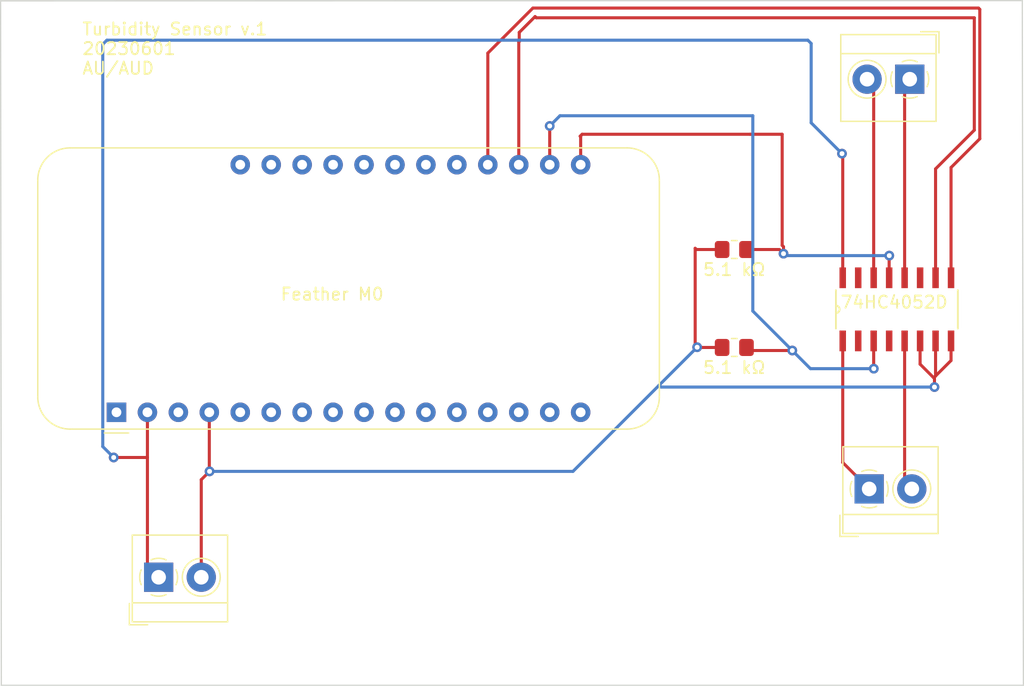
<source format=kicad_pcb>
(kicad_pcb (version 20221018) (generator pcbnew)
  (layers (0 "F.Cu" signal) (31 "B.Cu" signal) (34 "B.Paste" user) (35 "F.Paste" user) (36 "B.SilkS" user "B.Silkscreen") (37 "F.SilkS" user "F.Silkscreen") (38 "B.Mask" user) (39 "F.Mask" user) (44 "Edge.Cuts" user))
  (net 0 "")
  (net 2 "Net-(A1-3V3)")
  (net 4 "Net-(J3-Pin_2)")
  (net 16 "Net-(A1-SDA{slash}D20)")
  (net 17 "Net-(A1-SCL{slash}D21)")
  (net 18 "Net-(A1-D5)")
  (net 19 "Net-(A1-D6)")
  (net 28 "Net-(J1-Pin_1)")
  (net 29 "Net-(J1-Pin_2)")
  (net 30 "Net-(J2-Pin_1)")
  (net 31 "Net-(J2-Pin_2)")
  (footprint "Project:74HC4052D" (layer "F.Cu") (at 169.725 76.1108 90)
    (fp_text reference "U1" hide)
    (fp_text value "74HC4052D")
    (fp_line (start -1.5748 5.0038) (end 1.5748 5.0038) (stroke (width 0.1524)) (layer "F.SilkS"))
    (fp_line (start -0.3048 -5.0038) (end -1.5748 -5.0038) (stroke (width 0.1524)) (layer "F.SilkS"))
    (fp_line (start 0.3048 -5.0038) (end -0.3048 -5.0038) (stroke (width 0.1524)) (layer "F.SilkS"))
    (fp_line (start 1.5748 -5.0038) (end 0.3048 -5.0038) (stroke (width 0.1524)) (layer "F.SilkS"))
    (fp_arc (start 0.3048 -5.0038) (mid 0 -4.699) (end -0.3048 -5.0038) (stroke (width 0.1524)) (layer "F.SilkS"))
    (pad "1" smd rect (at -2.5908 -4.445 90) (size 1.7018 0.5334) (layers "F.Cu" "F.Paste" "F.Mask") (net 28 "Net-(J1-Pin_1)"))
    (pad "2" smd rect (at -2.5908 -3.175 90) (size 1.7018 0.5334) (layers "F.Cu" "F.Paste" "F.Mask"))
    (pad "3" smd rect (at -2.5908 -1.905 90) (size 1.7018 0.5334) (layers "F.Cu" "F.Paste" "F.Mask") (net 17 "Net-(A1-SCL{slash}D21)"))
    (pad "4" smd rect (at -2.5908 -0.635 90) (size 1.7018 0.5334) (layers "F.Cu" "F.Paste" "F.Mask"))
    (pad "5" smd rect (at -2.5908 0.635 90) (size 1.7018 0.5334) (layers "F.Cu" "F.Paste" "F.Mask") (net 29 "Net-(J1-Pin_2)"))
    (pad "6" smd rect (at -2.5908 1.905 90) (size 1.7018 0.5334) (layers "F.Cu" "F.Paste" "F.Mask") (net 4 "Net-(J3-Pin_2)"))
    (pad "7" smd rect (at -2.5908 3.175 90) (size 1.7018 0.5334) (layers "F.Cu" "F.Paste" "F.Mask") (net 4 "Net-(J3-Pin_2)"))
    (pad "8" smd rect (at -2.5908 4.445 90) (size 1.7018 0.5334) (layers "F.Cu" "F.Paste" "F.Mask") (net 4 "Net-(J3-Pin_2)"))
    (pad "9" smd rect (at 2.5908 4.445 90) (size 1.7018 0.5334) (layers "F.Cu" "F.Paste" "F.Mask") (net 19 "Net-(A1-D6)"))
    (pad "10" smd rect (at 2.5908 3.175 90) (size 1.7018 0.5334) (layers "F.Cu" "F.Paste" "F.Mask") (net 18 "Net-(A1-D5)"))
    (pad "11" smd rect (at 2.5908 1.905 90) (size 1.7018 0.5334) (layers "F.Cu" "F.Paste" "F.Mask"))
    (pad "12" smd rect (at 2.5908 0.635 90) (size 1.7018 0.5334) (layers "F.Cu" "F.Paste" "F.Mask") (net 30 "Net-(J2-Pin_1)"))
    (pad "13" smd rect (at 2.5908 -0.635 90) (size 1.7018 0.5334) (layers "F.Cu" "F.Paste" "F.Mask") (net 16 "Net-(A1-SDA{slash}D20)"))
    (pad "14" smd rect (at 2.5908 -1.905 90) (size 1.7018 0.5334) (layers "F.Cu" "F.Paste" "F.Mask") (net 31 "Net-(J2-Pin_2)"))
    (pad "15" smd rect (at 2.5908 -3.175 90) (size 1.7018 0.5334) (layers "F.Cu" "F.Paste" "F.Mask"))
    (pad "16" smd rect (at 2.5908 -4.445 90) (size 1.7018 0.5334) (layers "F.Cu" "F.Paste" "F.Mask") (net 2 "Net-(A1-3V3)"))
  )
  (footprint "Module:Adafruit_Feather" (layer "F.Cu") (at 105.67 84.56 90)
    (fp_text reference "A1" hide)
    (fp_text value "Adafruit_Feather_M0_Basic_Proto")
    (fp_line (start -1.7 1) (end -1.7 -1) (stroke (width 0.12)) (layer "F.SilkS"))
    (fp_line (start -1.38 -3.81) (end -1.38 41.91) (stroke (width 0.12)) (layer "F.SilkS"))
    (fp_line (start 19.05 -6.46) (end 1.27 -6.46) (stroke (width 0.12)) (layer "F.SilkS"))
    (fp_line (start 19.05 44.56) (end 1.27 44.56) (stroke (width 0.12)) (layer "F.SilkS"))
    (fp_line (start 21.7 -3.81) (end 21.7 41.91) (stroke (width 0.12)) (layer "F.SilkS"))
    (fp_arc (start -1.38 -3.81) (mid -0.603833 -5.683833) (end 1.27 -6.46) (stroke (width 0.12)) (layer "F.SilkS"))
    (fp_arc (start 1.27 44.56) (mid -0.603833 43.783833) (end -1.38 41.91) (stroke (width 0.12)) (layer "F.SilkS"))
    (fp_arc (start 19.05 -6.46) (mid 20.923833 -5.683833) (end 21.7 -3.81) (stroke (width 0.12)) (layer "F.SilkS"))
    (fp_arc (start 21.7 41.91) (mid 20.923833 43.783833) (end 19.05 44.56) (stroke (width 0.12)) (layer "F.SilkS"))
    (pad "1" thru_hole rect (at 0 0 270) (size 1.6 1.6) (drill 0.8) (layers "*.Cu" "*.Mask"))
    (pad "2" thru_hole circle (at 0 2.54 270) (size 1.6 1.6) (drill 0.8) (layers "*.Cu" "*.Mask") (net 2 "Net-(A1-3V3)"))
    (pad "3" thru_hole circle (at 0 5.08 270) (size 1.6 1.6) (drill 0.8) (layers "*.Cu" "*.Mask"))
    (pad "4" thru_hole circle (at 0 7.62 270) (size 1.6 1.6) (drill 0.8) (layers "*.Cu" "*.Mask") (net 4 "Net-(J3-Pin_2)"))
    (pad "5" thru_hole circle (at 0 10.16 270) (size 1.6 1.6) (drill 0.8) (layers "*.Cu" "*.Mask"))
    (pad "6" thru_hole circle (at 0 12.7 270) (size 1.6 1.6) (drill 0.8) (layers "*.Cu" "*.Mask"))
    (pad "7" thru_hole circle (at 0 15.24 270) (size 1.6 1.6) (drill 0.8) (layers "*.Cu" "*.Mask"))
    (pad "8" thru_hole circle (at 0 17.78 270) (size 1.6 1.6) (drill 0.8) (layers "*.Cu" "*.Mask"))
    (pad "9" thru_hole circle (at 0 20.32 270) (size 1.6 1.6) (drill 0.8) (layers "*.Cu" "*.Mask"))
    (pad "10" thru_hole circle (at 0 22.86 270) (size 1.6 1.6) (drill 0.8) (layers "*.Cu" "*.Mask"))
    (pad "11" thru_hole circle (at 0 25.4 270) (size 1.6 1.6) (drill 0.8) (layers "*.Cu" "*.Mask"))
    (pad "12" thru_hole circle (at 0 27.94 270) (size 1.6 1.6) (drill 0.8) (layers "*.Cu" "*.Mask"))
    (pad "13" thru_hole circle (at 0 30.48 270) (size 1.6 1.6) (drill 0.8) (layers "*.Cu" "*.Mask"))
    (pad "14" thru_hole circle (at 0 33.02 270) (size 1.6 1.6) (drill 0.8) (layers "*.Cu" "*.Mask"))
    (pad "15" thru_hole circle (at 0 35.56 270) (size 1.6 1.6) (drill 0.8) (layers "*.Cu" "*.Mask"))
    (pad "16" thru_hole circle (at 0 38.1 270) (size 1.6 1.6) (drill 0.8) (layers "*.Cu" "*.Mask") (net 4 "Net-(J3-Pin_2)"))
    (pad "17" thru_hole circle (at 20.32 38.1 270) (size 1.6 1.6) (drill 0.8) (layers "*.Cu" "*.Mask") (net 16 "Net-(A1-SDA{slash}D20)"))
    (pad "18" thru_hole circle (at 20.32 35.56 270) (size 1.6 1.6) (drill 0.8) (layers "*.Cu" "*.Mask") (net 17 "Net-(A1-SCL{slash}D21)"))
    (pad "19" thru_hole circle (at 20.32 33.02 270) (size 1.6 1.6) (drill 0.8) (layers "*.Cu" "*.Mask") (net 18 "Net-(A1-D5)"))
    (pad "20" thru_hole circle (at 20.32 30.48 270) (size 1.6 1.6) (drill 0.8) (layers "*.Cu" "*.Mask") (net 19 "Net-(A1-D6)"))
    (pad "21" thru_hole circle (at 20.32 27.94 270) (size 1.6 1.6) (drill 0.8) (layers "*.Cu" "*.Mask"))
    (pad "22" thru_hole circle (at 20.32 25.4 270) (size 1.6 1.6) (drill 0.8) (layers "*.Cu" "*.Mask"))
    (pad "23" thru_hole circle (at 20.32 22.86 270) (size 1.6 1.6) (drill 0.8) (layers "*.Cu" "*.Mask"))
    (pad "24" thru_hole circle (at 20.32 20.32 270) (size 1.6 1.6) (drill 0.8) (layers "*.Cu" "*.Mask"))
    (pad "25" thru_hole circle (at 20.32 17.78 270) (size 1.6 1.6) (drill 0.8) (layers "*.Cu" "*.Mask"))
    (pad "26" thru_hole circle (at 20.32 15.24 270) (size 1.6 1.6) (drill 0.8) (layers "*.Cu" "*.Mask"))
    (pad "27" thru_hole circle (at 20.32 12.7 270) (size 1.6 1.6) (drill 0.8) (layers "*.Cu" "*.Mask"))
    (pad "28" thru_hole circle (at 20.32 10.16 270) (size 1.6 1.6) (drill 0.8) (layers "*.Cu" "*.Mask"))
  )
  (footprint "TerminalBlock_4Ucon:TerminalBlock_4Ucon_1x02_P3.50mm_Horizontal" (layer "F.Cu") (at 167.45 90.85)
    (fp_text reference "J1" hide)
    (fp_text value "Screw_Terminal_01x02")
    (fp_line (start -2.4 2.16) (end -2.4 3.9) (stroke (width 0.12)) (layer "F.SilkS"))
    (fp_line (start -2.4 3.9) (end -0.9 3.9) (stroke (width 0.12)) (layer "F.SilkS"))
    (fp_line (start -2.16 -3.46) (end -2.16 3.66) (stroke (width 0.12)) (layer "F.SilkS"))
    (fp_line (start -2.16 -3.46) (end 5.66 -3.46) (stroke (width 0.12)) (layer "F.SilkS"))
    (fp_line (start -2.16 2.1) (end 5.66 2.1) (stroke (width 0.12)) (layer "F.SilkS"))
    (fp_line (start -2.16 3.66) (end 5.66 3.66) (stroke (width 0.12)) (layer "F.SilkS"))
    (fp_line (start 5.66 -3.46) (end 5.66 3.66) (stroke (width 0.12)) (layer "F.SilkS"))
    (fp_arc (start -1.432109 0.607742) (mid -1.555727 -0.00014) (end -1.432 -0.608) (stroke (width 0.12)) (layer "F.SilkS"))
    (fp_arc (start -0.607742 -1.432109) (mid 0.00014 -1.555727) (end 0.608 -1.432) (stroke (width 0.12)) (layer "F.SilkS"))
    (fp_arc (start 0.027011 1.555493) (mid -0.296984 1.527118) (end -0.608 1.432) (stroke (width 0.12)) (layer "F.SilkS"))
    (fp_arc (start 0.607587 1.431385) (mid 0.310017 1.523783) (end 0 1.555) (stroke (width 0.12)) (layer "F.SilkS"))
    (fp_arc (start 1.432109 -0.607742) (mid 1.555727 0.00014) (end 1.432 0.608) (stroke (width 0.12)) (layer "F.SilkS"))
    (fp_circle (center 3.5 0) (end 5.055 0) (stroke (width 0.12)) (fill none) (layer "F.SilkS"))
    (pad "1" thru_hole rect (at 0 0) (size 2.4 2.4) (drill 1.2) (layers "*.Cu" "*.Mask") (net 28 "Net-(J1-Pin_1)"))
    (pad "2" thru_hole circle (at 3.5 0) (size 2.4 2.4) (drill 1.2) (layers "*.Cu" "*.Mask") (net 29 "Net-(J1-Pin_2)"))
  )
  (footprint "TerminalBlock_4Ucon:TerminalBlock_4Ucon_1x02_P3.50mm_Horizontal" (layer "F.Cu") (at 170.78 57.22 180)
    (fp_text reference "J2" hide)
    (fp_text value "Screw_Terminal_01x02")
    (fp_line (start -2.4 2.16) (end -2.4 3.9) (stroke (width 0.12)) (layer "F.SilkS"))
    (fp_line (start -2.4 3.9) (end -0.9 3.9) (stroke (width 0.12)) (layer "F.SilkS"))
    (fp_line (start -2.16 -3.46) (end -2.16 3.66) (stroke (width 0.12)) (layer "F.SilkS"))
    (fp_line (start -2.16 -3.46) (end 5.66 -3.46) (stroke (width 0.12)) (layer "F.SilkS"))
    (fp_line (start -2.16 2.1) (end 5.66 2.1) (stroke (width 0.12)) (layer "F.SilkS"))
    (fp_line (start -2.16 3.66) (end 5.66 3.66) (stroke (width 0.12)) (layer "F.SilkS"))
    (fp_line (start 5.66 -3.46) (end 5.66 3.66) (stroke (width 0.12)) (layer "F.SilkS"))
    (fp_arc (start -1.432109 0.607742) (mid -1.555727 -0.00014) (end -1.432 -0.608) (stroke (width 0.12)) (layer "F.SilkS"))
    (fp_arc (start -0.607742 -1.432109) (mid 0.00014 -1.555727) (end 0.608 -1.432) (stroke (width 0.12)) (layer "F.SilkS"))
    (fp_arc (start 0.027011 1.555493) (mid -0.296984 1.527118) (end -0.608 1.432) (stroke (width 0.12)) (layer "F.SilkS"))
    (fp_arc (start 0.607587 1.431385) (mid 0.310017 1.523783) (end 0 1.555) (stroke (width 0.12)) (layer "F.SilkS"))
    (fp_arc (start 1.432109 -0.607742) (mid 1.555727 0.00014) (end 1.432 0.608) (stroke (width 0.12)) (layer "F.SilkS"))
    (fp_circle (center 3.5 0) (end 5.055 0) (stroke (width 0.12)) (fill none) (layer "F.SilkS"))
    (pad "1" thru_hole rect (at 0 0 180) (size 2.4 2.4) (drill 1.2) (layers "*.Cu" "*.Mask") (net 30 "Net-(J2-Pin_1)"))
    (pad "2" thru_hole circle (at 3.5 0 180) (size 2.4 2.4) (drill 1.2) (layers "*.Cu" "*.Mask") (net 31 "Net-(J2-Pin_2)"))
  )
  (footprint "TerminalBlock_4Ucon:TerminalBlock_4Ucon_1x02_P3.50mm_Horizontal" (layer "F.Cu") (at 109.13 98.1)
    (fp_text reference "J3" hide)
    (fp_text value "Screw_Terminal_01x02")
    (fp_line (start -2.4 2.16) (end -2.4 3.9) (stroke (width 0.12)) (layer "F.SilkS"))
    (fp_line (start -2.4 3.9) (end -0.9 3.9) (stroke (width 0.12)) (layer "F.SilkS"))
    (fp_line (start -2.16 -3.46) (end -2.16 3.66) (stroke (width 0.12)) (layer "F.SilkS"))
    (fp_line (start -2.16 -3.46) (end 5.66 -3.46) (stroke (width 0.12)) (layer "F.SilkS"))
    (fp_line (start -2.16 2.1) (end 5.66 2.1) (stroke (width 0.12)) (layer "F.SilkS"))
    (fp_line (start -2.16 3.66) (end 5.66 3.66) (stroke (width 0.12)) (layer "F.SilkS"))
    (fp_line (start 5.66 -3.46) (end 5.66 3.66) (stroke (width 0.12)) (layer "F.SilkS"))
    (fp_arc (start -1.432109 0.607742) (mid -1.555727 -0.00014) (end -1.432 -0.608) (stroke (width 0.12)) (layer "F.SilkS"))
    (fp_arc (start -0.607742 -1.432109) (mid 0.00014 -1.555727) (end 0.608 -1.432) (stroke (width 0.12)) (layer "F.SilkS"))
    (fp_arc (start 0.027011 1.555493) (mid -0.296984 1.527118) (end -0.608 1.432) (stroke (width 0.12)) (layer "F.SilkS"))
    (fp_arc (start 0.607587 1.431385) (mid 0.310017 1.523783) (end 0 1.555) (stroke (width 0.12)) (layer "F.SilkS"))
    (fp_arc (start 1.432109 -0.607742) (mid 1.555727 0.00014) (end 1.432 0.608) (stroke (width 0.12)) (layer "F.SilkS"))
    (fp_circle (center 3.5 0) (end 5.055 0) (stroke (width 0.12)) (fill none) (layer "F.SilkS"))
    (pad "1" thru_hole rect (at 0 0) (size 2.4 2.4) (drill 1.2) (layers "*.Cu" "*.Mask") (net 2 "Net-(A1-3V3)"))
    (pad "2" thru_hole circle (at 3.5 0) (size 2.4 2.4) (drill 1.2) (layers "*.Cu" "*.Mask") (net 4 "Net-(J3-Pin_2)"))
  )
  (footprint "Resistor_SMD:R_0805_2012Metric_Pad1.20x1.40mm_HandSolder" (layer "F.Cu") (at 156.38 71.2 180)
    (fp_text reference "5.1 kΩ" (at 0 -1.65) (layer "F.SilkS"))
    (fp_text value "5.1 kΩ" hide)
    (fp_line (start -0.227064 -0.735) (end 0.227064 -0.735) (stroke (width 0.12)) (layer "F.SilkS"))
    (fp_line (start -0.227064 0.735) (end 0.227064 0.735) (stroke (width 0.12)) (layer "F.SilkS"))
    (pad "1" smd roundrect (at -1 0 180) (size 1.2 1.4) (layers "F.Cu" "F.Paste" "F.Mask") (roundrect_rratio 0.208333) (net 16 "Net-(A1-SDA{slash}D20)"))
    (pad "2" smd roundrect (at 1 0 180) (size 1.2 1.4) (layers "F.Cu" "F.Paste" "F.Mask") (roundrect_rratio 0.208333) (net 4 "Net-(J3-Pin_2)"))
  )
  (footprint "Resistor_SMD:R_0805_2012Metric_Pad1.20x1.40mm_HandSolder" (layer "F.Cu") (at 156.38 79.24 180)
    (fp_text reference "5.1 kΩ" (at 0 -1.65) (layer "F.SilkS"))
    (fp_text value "5.1 kΩ" hide)
    (fp_line (start -0.227064 -0.735) (end 0.227064 -0.735) (stroke (width 0.12)) (layer "F.SilkS"))
    (fp_line (start -0.227064 0.735) (end 0.227064 0.735) (stroke (width 0.12)) (layer "F.SilkS"))
    (pad "1" smd roundrect (at -1 0 180) (size 1.2 1.4) (layers "F.Cu" "F.Paste" "F.Mask") (roundrect_rratio 0.208333) (net 17 "Net-(A1-SCL{slash}D21)"))
    (pad "2" smd roundrect (at 1 0 180) (size 1.2 1.4) (layers "F.Cu" "F.Paste" "F.Mask") (roundrect_rratio 0.208333) (net 4 "Net-(J3-Pin_2)"))
  )
  (gr_line (start 96.16 50.79) (end 180.02 50.77) (stroke (width 0.1)) (layer "Edge.Cuts"))
  (gr_line (start 180.02 50.77) (end 180.11 106.97) (stroke (width 0.1)) (layer "Edge.Cuts"))
  (gr_line (start 96.22 106.97) (end 96.16 50.79) (stroke (width 0.1)) (layer "Edge.Cuts"))
  (gr_line (start 180.11 106.97) (end 96.22 106.97) (stroke (width 0.1)) (layer "Edge.Cuts"))
  (gr_text "74HC4052D" (at 165.026 76.1108) (layer "F.SilkS") (effects (font (size 1 1)) (justify left bottom)))
  (gr_text "Feather M0" (at 119.06 75.45) (layer "F.SilkS") (effects (font (size 1 1)) (justify left bottom)))
  (gr_text "Turbidity Sensor v.1\n20230601\nAU/AUD" (at 102.79 56.91) (layer "F.SilkS") (effects (font (size 1 1)) (justify left bottom)))
  (segment (start 108.21 88.27) (end 108.21 97.18) (width 0.25) (layer "F.Cu") (net 2))
  (segment (start 108.21 88.27) (end 105.44 88.27) (width 0.25) (layer "F.Cu") (net 2))
  (segment (start 108.21 84.56) (end 108.21 88.27) (width 0.25) (layer "F.Cu") (net 2))
  (segment (start 165.28 73.52) (end 165.28 63.39) (width 0.25) (layer "F.Cu") (net 2))
  (segment (start 108.21 97.18) (end 109.13 98.1) (width 0.25) (layer "F.Cu") (net 2))
  (segment (start 165.28 63.39) (end 165.22 63.33) (width 0.25) (layer "F.Cu") (net 2))
  (via (at 105.44 88.27) (size 0.8) (drill 0.4) (layers "F.Cu" "B.Cu") (net 2))
  (via (at 165.22 63.33) (size 0.8) (drill 0.4) (layers "F.Cu" "B.Cu") (net 2))
  (segment (start 104.88 54.02) (end 162.42 54.02) (width 0.25) (layer "B.Cu") (net 2))
  (segment (start 162.69 54.29) (end 162.69 60.8) (width 0.25) (layer "B.Cu") (net 2))
  (segment (start 162.42 54.02) (end 162.69 54.29) (width 0.25) (layer "B.Cu") (net 2))
  (segment (start 162.69 60.8) (end 165.22 63.33) (width 0.25) (layer "B.Cu") (net 2))
  (segment (start 105.44 88.27) (end 104.545 87.375) (width 0.25) (layer "B.Cu") (net 2))
  (segment (start 104.545 87.375) (end 104.545 54.355) (width 0.25) (layer "B.Cu") (net 2))
  (segment (start 104.545 54.355) (end 104.88 54.02) (width 0.25) (layer "B.Cu") (net 2))
  (segment (start 171.63 80.61) (end 172.75 81.73) (width 0.25) (layer "F.Cu") (net 4))
  (segment (start 172.82 81.66) (end 172.9 81.58) (width 0.25) (layer "F.Cu") (net 4))
  (segment (start 172.81 81.67) (end 172.81 82.49) (width 0.25) (layer "F.Cu") (net 4))
  (segment (start 153.17 79.06) (end 153.33 79.22) (width 0.25) (layer "F.Cu") (net 4))
  (segment (start 174.17 78.7016) (end 174.17 80.31) (width 0.25) (layer "F.Cu") (net 4))
  (segment (start 153.27 71.2) (end 153.17 71.1) (width 0.25) (layer "F.Cu") (net 4))
  (segment (start 171.63 78.7016) (end 171.63 80.61) (width 0.25) (layer "F.Cu") (net 4))
  (segment (start 155.38 79.24) (end 153.35 79.24) (width 0.25) (layer "F.Cu") (net 4))
  (segment (start 172.82 81.66) (end 172.81 81.67) (width 0.25) (layer "F.Cu") (net 4))
  (segment (start 153.17 71.1) (end 153.17 79.06) (width 0.25) (layer "F.Cu") (net 4))
  (segment (start 113.29 84.56) (end 113.29 89.39) (width 0.25) (layer "F.Cu") (net 4))
  (segment (start 174.17 80.31) (end 172.82 81.66) (width 0.25) (layer "F.Cu") (net 4))
  (segment (start 113.31 89.41) (end 112.63 90.09) (width 0.25) (layer "F.Cu") (net 4))
  (segment (start 112.63 90.09) (end 112.63 98.1) (width 0.25) (layer "F.Cu") (net 4))
  (segment (start 153.35 79.24) (end 153.33 79.22) (width 0.25) (layer "F.Cu") (net 4))
  (segment (start 155.38 71.2) (end 153.27 71.2) (width 0.25) (layer "F.Cu") (net 4))
  (segment (start 172.75 81.73) (end 172.82 81.66) (width 0.25) (layer "F.Cu") (net 4))
  (segment (start 172.9 81.58) (end 172.9 78.7016) (width 0.25) (layer "F.Cu") (net 4))
  (segment (start 113.31 89.41) (end 113.29 89.39) (width 0.25) (layer "F.Cu") (net 4))
  (via (at 113.31 89.41) (size 0.8) (drill 0.4) (layers "F.Cu" "B.Cu") (net 4))
  (via (at 172.81 82.49) (size 0.8) (drill 0.4) (layers "F.Cu" "B.Cu") (net 4))
  (via (at 153.33 79.22) (size 0.8) (drill 0.4) (layers "F.Cu" "B.Cu") (net 4))
  (segment (start 150.215 82.335) (end 143.14 89.41) (width 0.25) (layer "B.Cu") (net 4))
  (segment (start 143.14 89.41) (end 113.31 89.41) (width 0.25) (layer "B.Cu") (net 4))
  (segment (start 150.37 82.49) (end 150.215 82.335) (width 0.25) (layer "B.Cu") (net 4))
  (segment (start 172.81 82.49) (end 150.37 82.49) (width 0.25) (layer "B.Cu") (net 4))
  (segment (start 153.33 79.22) (end 150.215 82.335) (width 0.25) (layer "B.Cu") (net 4))
  (segment (start 160.08 71.2) (end 160.42 71.54) (width 0.25) (layer "F.Cu") (net 16))
  (segment (start 143.77 61.94) (end 143.77 64.24) (width 0.25) (layer "F.Cu") (net 16))
  (segment (start 160.31 70.86) (end 160.31 61.74) (width 0.25) (layer "F.Cu") (net 16))
  (segment (start 143.89 61.74) (end 143.73 61.9) (width 0.25) (layer "F.Cu") (net 16))
  (segment (start 169.09 71.71) (end 169.1 71.7) (width 0.25) (layer "F.Cu") (net 16))
  (segment (start 157.69 61.74) (end 143.89 61.74) (width 0.25) (layer "F.Cu") (net 16))
  (segment (start 169.09 73.52) (end 169.09 71.71) (width 0.25) (layer "F.Cu") (net 16))
  (segment (start 160.42 70.97) (end 160.31 70.86) (width 0.25) (layer "F.Cu") (net 16))
  (segment (start 160.42 71.54) (end 160.42 70.97) (width 0.25) (layer "F.Cu") (net 16))
  (segment (start 160.31 61.74) (end 157.69 61.74) (width 0.25) (layer "F.Cu") (net 16))
  (segment (start 143.73 61.9) (end 143.77 61.94) (width 0.25) (layer "F.Cu") (net 16))
  (segment (start 157.38 71.2) (end 160.08 71.2) (width 0.25) (layer "F.Cu") (net 16))
  (via (at 160.42 71.54) (size 0.8) (drill 0.4) (layers "F.Cu" "B.Cu") (net 16))
  (via (at 169.1 71.7) (size 0.8) (drill 0.4) (layers "F.Cu" "B.Cu") (net 16))
  (segment (start 169.1 71.7) (end 160.58 71.7) (width 0.25) (layer "B.Cu") (net 16))
  (segment (start 160.58 71.7) (end 160.42 71.54) (width 0.25) (layer "B.Cu") (net 16))
  (segment (start 161.14 79.49) (end 157.63 79.49) (width 0.25) (layer "F.Cu") (net 17))
  (segment (start 157.63 79.49) (end 157.38 79.24) (width 0.25) (layer "F.Cu") (net 17))
  (segment (start 167.82 78.7016) (end 167.82 80.97) (width 0.25) (layer "F.Cu") (net 17))
  (segment (start 141.23 64.24) (end 141.23 61.06) (width 0.25) (layer "F.Cu") (net 17))
  (segment (start 167.82 80.97) (end 167.83 80.98) (width 0.25) (layer "F.Cu") (net 17))
  (via (at 167.83 80.98) (size 0.8) (drill 0.4) (layers "F.Cu" "B.Cu") (net 17))
  (via (at 141.23 61.06) (size 0.8) (drill 0.4) (layers "F.Cu" "B.Cu") (net 17))
  (via (at 161.14 79.49) (size 0.8) (drill 0.4) (layers "F.Cu" "B.Cu") (net 17))
  (segment (start 162.63 80.98) (end 161.14 79.49) (width 0.25) (layer "B.Cu") (net 17))
  (segment (start 157.9 76.25) (end 157.9 60.22) (width 0.25) (layer "B.Cu") (net 17))
  (segment (start 161.14 79.49) (end 157.9 76.25) (width 0.25) (layer "B.Cu") (net 17))
  (segment (start 157.9 60.22) (end 142.07 60.22) (width 0.25) (layer "B.Cu") (net 17))
  (segment (start 167.83 80.98) (end 162.63 80.98) (width 0.25) (layer "B.Cu") (net 17))
  (segment (start 142.07 60.22) (end 141.23 61.06) (width 0.25) (layer "B.Cu") (net 17))
  (segment (start 176.08 52.18) (end 140.13 52.18) (width 0.25) (layer "F.Cu") (net 18))
  (segment (start 138.69 54.17) (end 138.69 64.24) (width 0.25) (layer "F.Cu") (net 18))
  (segment (start 172.9 73.52) (end 172.9 64.58) (width 0.25) (layer "F.Cu") (net 18))
  (segment (start 176.08 61.4) (end 176.08 52.18) (width 0.25) (layer "F.Cu") (net 18))
  (segment (start 172.9 64.58) (end 176.08 61.4) (width 0.25) (layer "F.Cu") (net 18))
  (segment (start 138.73 54.13) (end 138.69 54.17) (width 0.25) (layer "F.Cu") (net 18))
  (segment (start 138.73 53.38) (end 138.73 54.13) (width 0.25) (layer "F.Cu") (net 18))
  (segment (start 140.13 52.18) (end 140.03 52.08) (width 0.25) (layer "F.Cu") (net 18))
  (segment (start 140.03 52.08) (end 138.73 53.38) (width 0.25) (layer "F.Cu") (net 18))
  (segment (start 176.53 51.49) (end 176.42 51.38) (width 0.25) (layer "F.Cu") (net 19))
  (segment (start 176.53 62.11) (end 176.53 51.49) (width 0.25) (layer "F.Cu") (net 19))
  (segment (start 176.42 51.38) (end 139.85 51.38) (width 0.25) (layer "F.Cu") (net 19))
  (segment (start 136.15 55.08) (end 136.15 64.24) (width 0.25) (layer "F.Cu") (net 19))
  (segment (start 174.17 64.47) (end 176.53 62.11) (width 0.25) (layer "F.Cu") (net 19))
  (segment (start 139.85 51.38) (end 136.15 55.08) (width 0.25) (layer "F.Cu") (net 19))
  (segment (start 174.17 73.52) (end 174.17 64.47) (width 0.25) (layer "F.Cu") (net 19))
  (segment (start 165.28 78.7016) (end 165.28 88.68) (width 0.25) (layer "F.Cu") (net 28))
  (segment (start 165.28 88.68) (end 167.45 90.85) (width 0.25) (layer "F.Cu") (net 28))
  (segment (start 170.36 78.7016) (end 170.36 90.26) (width 0.25) (layer "F.Cu") (net 29))
  (segment (start 170.36 90.26) (end 170.95 90.85) (width 0.25) (layer "F.Cu") (net 29))
  (segment (start 170.36 57.64) (end 170.78 57.22) (width 0.25) (layer "F.Cu") (net 30))
  (segment (start 170.36 73.52) (end 170.36 57.64) (width 0.25) (layer "F.Cu") (net 30))
  (segment (start 167.82 73.52) (end 167.82 57.76) (width 0.25) (layer "F.Cu") (net 31))
  (segment (start 167.82 57.76) (end 167.28 57.22) (width 0.25) (layer "F.Cu") (net 31))
)
</source>
